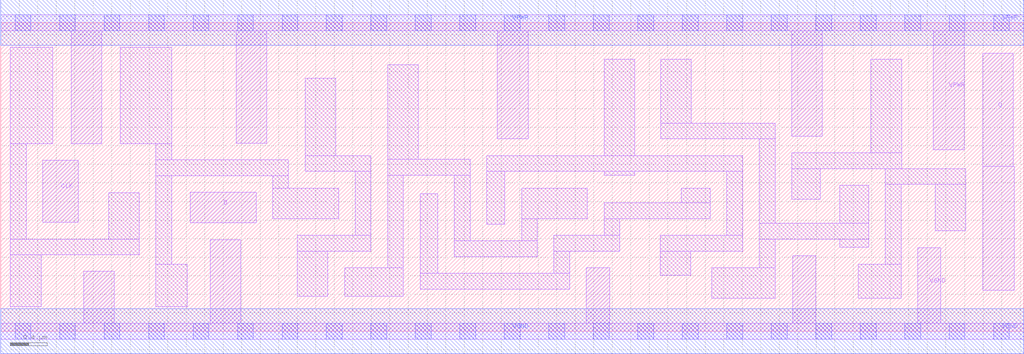
<source format=lef>
# Copyright 2020 The SkyWater PDK Authors
#
# Licensed under the Apache License, Version 2.0 (the "License");
# you may not use this file except in compliance with the License.
# You may obtain a copy of the License at
#
#     https://www.apache.org/licenses/LICENSE-2.0
#
# Unless required by applicable law or agreed to in writing, software
# distributed under the License is distributed on an "AS IS" BASIS,
# WITHOUT WARRANTIES OR CONDITIONS OF ANY KIND, either express or implied.
# See the License for the specific language governing permissions and
# limitations under the License.
#
# SPDX-License-Identifier: Apache-2.0

VERSION 5.7 ;
  NAMESCASESENSITIVE ON ;
  NOWIREEXTENSIONATPIN ON ;
  DIVIDERCHAR "/" ;
  BUSBITCHARS "[]" ;
UNITS
  DATABASE MICRONS 200 ;
END UNITS
MACRO sky130_fd_sc_lp__dfxtp_lp
  CLASS CORE ;
  SOURCE USER ;
  FOREIGN sky130_fd_sc_lp__dfxtp_lp ;
  ORIGIN  0.000000  0.000000 ;
  SIZE  11.04000 BY  3.330000 ;
  SYMMETRY X Y R90 ;
  SITE unit ;
  PIN D
    ANTENNAGATEAREA  0.376000 ;
    DIRECTION INPUT ;
    USE SIGNAL ;
    PORT
      LAYER li1 ;
        RECT 2.045000 1.170000 2.755000 1.500000 ;
    END
  END D
  PIN Q
    ANTENNADIFFAREA  0.400500 ;
    DIRECTION OUTPUT ;
    USE SIGNAL ;
    PORT
      LAYER li1 ;
        RECT 10.595000 0.440000 10.935000 1.780000 ;
        RECT 10.595000 1.780000 10.925000 3.000000 ;
    END
  END Q
  PIN CLK
    ANTENNAGATEAREA  0.376000 ;
    DIRECTION INPUT ;
    USE CLOCK ;
    PORT
      LAYER li1 ;
        RECT 0.455000 1.175000 0.835000 1.845000 ;
    END
  END CLK
  PIN VGND
    DIRECTION INOUT ;
    USE GROUND ;
    PORT
      LAYER li1 ;
        RECT 0.000000 -0.085000 11.040000 0.085000 ;
        RECT 0.895000  0.085000  1.225000 0.645000 ;
        RECT 2.260000  0.085000  2.590000 0.990000 ;
        RECT 6.320000  0.085000  6.570000 0.685000 ;
        RECT 8.545000  0.085000  8.795000 0.815000 ;
        RECT 9.895000  0.085000 10.145000 0.900000 ;
      LAYER mcon ;
        RECT  0.155000 -0.085000  0.325000 0.085000 ;
        RECT  0.635000 -0.085000  0.805000 0.085000 ;
        RECT  1.115000 -0.085000  1.285000 0.085000 ;
        RECT  1.595000 -0.085000  1.765000 0.085000 ;
        RECT  2.075000 -0.085000  2.245000 0.085000 ;
        RECT  2.555000 -0.085000  2.725000 0.085000 ;
        RECT  3.035000 -0.085000  3.205000 0.085000 ;
        RECT  3.515000 -0.085000  3.685000 0.085000 ;
        RECT  3.995000 -0.085000  4.165000 0.085000 ;
        RECT  4.475000 -0.085000  4.645000 0.085000 ;
        RECT  4.955000 -0.085000  5.125000 0.085000 ;
        RECT  5.435000 -0.085000  5.605000 0.085000 ;
        RECT  5.915000 -0.085000  6.085000 0.085000 ;
        RECT  6.395000 -0.085000  6.565000 0.085000 ;
        RECT  6.875000 -0.085000  7.045000 0.085000 ;
        RECT  7.355000 -0.085000  7.525000 0.085000 ;
        RECT  7.835000 -0.085000  8.005000 0.085000 ;
        RECT  8.315000 -0.085000  8.485000 0.085000 ;
        RECT  8.795000 -0.085000  8.965000 0.085000 ;
        RECT  9.275000 -0.085000  9.445000 0.085000 ;
        RECT  9.755000 -0.085000  9.925000 0.085000 ;
        RECT 10.235000 -0.085000 10.405000 0.085000 ;
        RECT 10.715000 -0.085000 10.885000 0.085000 ;
      LAYER met1 ;
        RECT 0.000000 -0.245000 11.040000 0.245000 ;
    END
  END VGND
  PIN VPWR
    DIRECTION INOUT ;
    USE POWER ;
    PORT
      LAYER li1 ;
        RECT  0.000000 3.245000 11.040000 3.415000 ;
        RECT  0.760000 2.025000  1.090000 3.245000 ;
        RECT  2.540000 2.030000  2.870000 3.245000 ;
        RECT  5.360000 2.075000  5.690000 3.245000 ;
        RECT  8.535000 2.105000  8.865000 3.245000 ;
        RECT 10.065000 1.960000 10.395000 3.245000 ;
      LAYER mcon ;
        RECT  0.155000 3.245000  0.325000 3.415000 ;
        RECT  0.635000 3.245000  0.805000 3.415000 ;
        RECT  1.115000 3.245000  1.285000 3.415000 ;
        RECT  1.595000 3.245000  1.765000 3.415000 ;
        RECT  2.075000 3.245000  2.245000 3.415000 ;
        RECT  2.555000 3.245000  2.725000 3.415000 ;
        RECT  3.035000 3.245000  3.205000 3.415000 ;
        RECT  3.515000 3.245000  3.685000 3.415000 ;
        RECT  3.995000 3.245000  4.165000 3.415000 ;
        RECT  4.475000 3.245000  4.645000 3.415000 ;
        RECT  4.955000 3.245000  5.125000 3.415000 ;
        RECT  5.435000 3.245000  5.605000 3.415000 ;
        RECT  5.915000 3.245000  6.085000 3.415000 ;
        RECT  6.395000 3.245000  6.565000 3.415000 ;
        RECT  6.875000 3.245000  7.045000 3.415000 ;
        RECT  7.355000 3.245000  7.525000 3.415000 ;
        RECT  7.835000 3.245000  8.005000 3.415000 ;
        RECT  8.315000 3.245000  8.485000 3.415000 ;
        RECT  8.795000 3.245000  8.965000 3.415000 ;
        RECT  9.275000 3.245000  9.445000 3.415000 ;
        RECT  9.755000 3.245000  9.925000 3.415000 ;
        RECT 10.235000 3.245000 10.405000 3.415000 ;
        RECT 10.715000 3.245000 10.885000 3.415000 ;
      LAYER met1 ;
        RECT 0.000000 3.085000 11.040000 3.575000 ;
    END
  END VPWR
  OBS
    LAYER li1 ;
      RECT  0.105000 0.265000  0.435000 0.825000 ;
      RECT  0.105000 0.825000  1.495000 0.995000 ;
      RECT  0.105000 0.995000  0.275000 2.025000 ;
      RECT  0.105000 2.025000  0.560000 3.065000 ;
      RECT  1.165000 0.995000  1.495000 1.495000 ;
      RECT  1.290000 2.025000  1.845000 3.065000 ;
      RECT  1.675000 0.265000  2.015000 0.725000 ;
      RECT  1.675000 0.725000  1.845000 1.680000 ;
      RECT  1.675000 1.680000  3.105000 1.850000 ;
      RECT  1.675000 1.850000  1.845000 2.025000 ;
      RECT  2.935000 1.215000  3.645000 1.545000 ;
      RECT  2.935000 1.545000  3.105000 1.680000 ;
      RECT  3.200000 0.375000  3.530000 0.865000 ;
      RECT  3.200000 0.865000  3.995000 1.035000 ;
      RECT  3.285000 1.725000  3.995000 1.895000 ;
      RECT  3.285000 1.895000  3.615000 2.730000 ;
      RECT  3.710000 0.375000  4.345000 0.685000 ;
      RECT  3.825000 1.035000  3.995000 1.725000 ;
      RECT  4.175000 0.685000  4.345000 1.685000 ;
      RECT  4.175000 1.685000  5.065000 1.855000 ;
      RECT  4.175000 1.855000  4.505000 2.875000 ;
      RECT  4.525000 0.455000  6.140000 0.625000 ;
      RECT  4.525000 0.625000  4.715000 1.485000 ;
      RECT  4.895000 0.805000  5.790000 0.975000 ;
      RECT  4.895000 0.975000  5.065000 1.685000 ;
      RECT  5.245000 1.155000  5.440000 1.725000 ;
      RECT  5.245000 1.725000  8.005000 1.895000 ;
      RECT  5.620000 0.975000  5.790000 1.215000 ;
      RECT  5.620000 1.215000  6.330000 1.545000 ;
      RECT  5.970000 0.625000  6.140000 0.865000 ;
      RECT  5.970000 0.865000  6.680000 1.035000 ;
      RECT  6.510000 1.035000  6.680000 1.215000 ;
      RECT  6.510000 1.215000  7.655000 1.385000 ;
      RECT  6.510000 1.685000  6.840000 1.725000 ;
      RECT  6.510000 1.895000  6.840000 2.935000 ;
      RECT  7.115000 0.605000  7.445000 0.865000 ;
      RECT  7.115000 0.865000  8.005000 1.035000 ;
      RECT  7.120000 2.075000  8.355000 2.245000 ;
      RECT  7.120000 2.245000  7.450000 2.935000 ;
      RECT  7.345000 1.385000  7.655000 1.545000 ;
      RECT  7.675000 0.355000  8.355000 0.685000 ;
      RECT  7.835000 1.035000  8.005000 1.725000 ;
      RECT  8.185000 0.685000  8.355000 0.995000 ;
      RECT  8.185000 0.995000  9.365000 1.165000 ;
      RECT  8.185000 1.165000  8.355000 2.075000 ;
      RECT  8.535000 1.425000  8.845000 1.755000 ;
      RECT  8.535000 1.755000  9.720000 1.925000 ;
      RECT  9.055000 0.905000  9.365000 0.995000 ;
      RECT  9.055000 1.165000  9.365000 1.575000 ;
      RECT  9.255000 0.355000  9.715000 0.725000 ;
      RECT  9.390000 1.925000  9.720000 2.935000 ;
      RECT  9.545000 0.725000  9.715000 1.585000 ;
      RECT  9.545000 1.585000 10.415000 1.755000 ;
      RECT 10.085000 1.085000 10.415000 1.585000 ;
  END
END sky130_fd_sc_lp__dfxtp_lp

</source>
